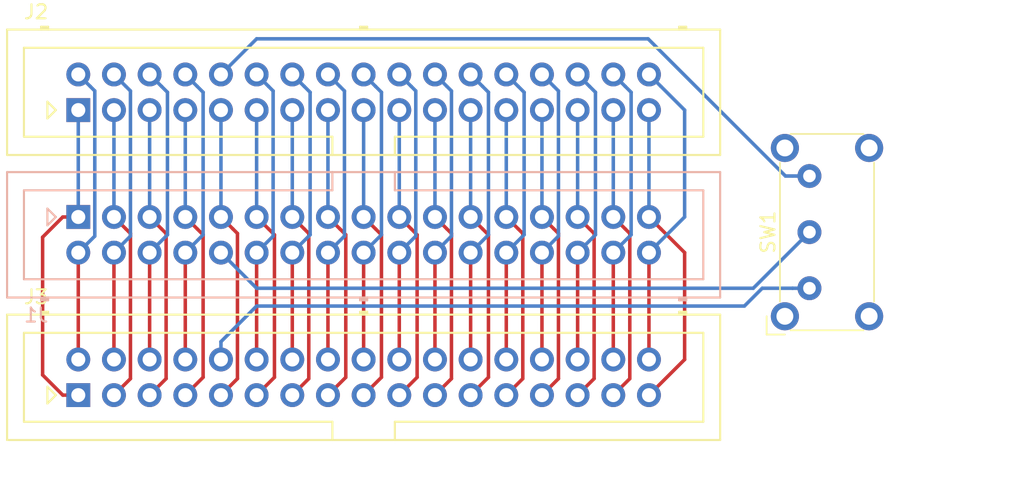
<source format=kicad_pcb>
(kicad_pcb (version 20171130) (host pcbnew "(5.0.2)-1")

  (general
    (thickness 1.6)
    (drawings 0)
    (tracks 180)
    (zones 0)
    (modules 4)
    (nets 37)
  )

  (page A4)
  (layers
    (0 F.Cu signal)
    (31 B.Cu signal)
    (32 B.Adhes user)
    (33 F.Adhes user)
    (34 B.Paste user)
    (35 F.Paste user)
    (36 B.SilkS user)
    (37 F.SilkS user)
    (38 B.Mask user)
    (39 F.Mask user)
    (40 Dwgs.User user)
    (41 Cmts.User user)
    (42 Eco1.User user)
    (43 Eco2.User user)
    (44 Edge.Cuts user)
    (45 Margin user)
    (46 B.CrtYd user)
    (47 F.CrtYd user)
    (48 B.Fab user)
    (49 F.Fab user)
  )

  (setup
    (last_trace_width 0.25)
    (trace_clearance 0.2)
    (zone_clearance 0.508)
    (zone_45_only no)
    (trace_min 0.2)
    (segment_width 0.2)
    (edge_width 0.15)
    (via_size 0.8)
    (via_drill 0.4)
    (via_min_size 0.4)
    (via_min_drill 0.3)
    (uvia_size 0.3)
    (uvia_drill 0.1)
    (uvias_allowed no)
    (uvia_min_size 0.2)
    (uvia_min_drill 0.1)
    (pcb_text_width 0.3)
    (pcb_text_size 1.5 1.5)
    (mod_edge_width 0.15)
    (mod_text_size 1 1)
    (mod_text_width 0.15)
    (pad_size 1.524 1.524)
    (pad_drill 0.762)
    (pad_to_mask_clearance 0.051)
    (solder_mask_min_width 0.25)
    (aux_axis_origin 0 0)
    (visible_elements FFFFFF7F)
    (pcbplotparams
      (layerselection 0x010fc_ffffffff)
      (usegerberextensions false)
      (usegerberattributes false)
      (usegerberadvancedattributes false)
      (creategerberjobfile false)
      (excludeedgelayer true)
      (linewidth 0.100000)
      (plotframeref false)
      (viasonmask false)
      (mode 1)
      (useauxorigin false)
      (hpglpennumber 1)
      (hpglpenspeed 20)
      (hpglpendiameter 15.000000)
      (psnegative false)
      (psa4output false)
      (plotreference true)
      (plotvalue true)
      (plotinvisibletext false)
      (padsonsilk false)
      (subtractmaskfromsilk false)
      (outputformat 1)
      (mirror false)
      (drillshape 1)
      (scaleselection 1)
      (outputdirectory ""))
  )

  (net 0 "")
  (net 1 "Net-(J1-Pad34)")
  (net 2 "Net-(J1-Pad33)")
  (net 3 "Net-(J1-Pad32)")
  (net 4 "Net-(J1-Pad31)")
  (net 5 "Net-(J1-Pad30)")
  (net 6 "Net-(J1-Pad29)")
  (net 7 "Net-(J1-Pad28)")
  (net 8 "Net-(J1-Pad27)")
  (net 9 "Net-(J1-Pad26)")
  (net 10 "Net-(J1-Pad25)")
  (net 11 "Net-(J1-Pad24)")
  (net 12 "Net-(J1-Pad23)")
  (net 13 "Net-(J1-Pad22)")
  (net 14 "Net-(J1-Pad21)")
  (net 15 "Net-(J1-Pad20)")
  (net 16 "Net-(J1-Pad19)")
  (net 17 "Net-(J1-Pad18)")
  (net 18 "Net-(J1-Pad17)")
  (net 19 "Net-(J1-Pad16)")
  (net 20 "Net-(J1-Pad15)")
  (net 21 "Net-(J1-Pad14)")
  (net 22 "Net-(J1-Pad13)")
  (net 23 "Net-(J1-Pad12)")
  (net 24 "Net-(J1-Pad11)")
  (net 25 "Net-(J1-Pad10)")
  (net 26 "Net-(J1-Pad9)")
  (net 27 "Net-(J1-Pad8)")
  (net 28 "Net-(J1-Pad7)")
  (net 29 "Net-(J1-Pad6)")
  (net 30 "Net-(J1-Pad5)")
  (net 31 "Net-(J1-Pad4)")
  (net 32 "Net-(J1-Pad3)")
  (net 33 "Net-(J1-Pad2)")
  (net 34 "Net-(J1-Pad1)")
  (net 35 "Net-(J2-Pad10)")
  (net 36 "Net-(J3-Pad10)")

  (net_class Default "This is the default net class."
    (clearance 0.2)
    (trace_width 0.25)
    (via_dia 0.8)
    (via_drill 0.4)
    (uvia_dia 0.3)
    (uvia_drill 0.1)
    (add_net "Net-(J1-Pad1)")
    (add_net "Net-(J1-Pad10)")
    (add_net "Net-(J1-Pad11)")
    (add_net "Net-(J1-Pad12)")
    (add_net "Net-(J1-Pad13)")
    (add_net "Net-(J1-Pad14)")
    (add_net "Net-(J1-Pad15)")
    (add_net "Net-(J1-Pad16)")
    (add_net "Net-(J1-Pad17)")
    (add_net "Net-(J1-Pad18)")
    (add_net "Net-(J1-Pad19)")
    (add_net "Net-(J1-Pad2)")
    (add_net "Net-(J1-Pad20)")
    (add_net "Net-(J1-Pad21)")
    (add_net "Net-(J1-Pad22)")
    (add_net "Net-(J1-Pad23)")
    (add_net "Net-(J1-Pad24)")
    (add_net "Net-(J1-Pad25)")
    (add_net "Net-(J1-Pad26)")
    (add_net "Net-(J1-Pad27)")
    (add_net "Net-(J1-Pad28)")
    (add_net "Net-(J1-Pad29)")
    (add_net "Net-(J1-Pad3)")
    (add_net "Net-(J1-Pad30)")
    (add_net "Net-(J1-Pad31)")
    (add_net "Net-(J1-Pad32)")
    (add_net "Net-(J1-Pad33)")
    (add_net "Net-(J1-Pad34)")
    (add_net "Net-(J1-Pad4)")
    (add_net "Net-(J1-Pad5)")
    (add_net "Net-(J1-Pad6)")
    (add_net "Net-(J1-Pad7)")
    (add_net "Net-(J1-Pad8)")
    (add_net "Net-(J1-Pad9)")
    (add_net "Net-(J2-Pad10)")
    (add_net "Net-(J3-Pad10)")
  )

  (module Buttons_Switches_THT:SW_E-Switch_EG1224_SPDT_Angled (layer F.Cu) (tedit 5954520D) (tstamp 5C5CDB59)
    (at 72.39 34.29 90)
    (descr "E-Switch slide switch, EG series, SPDT, right angle, http://spec_sheets.e-switch.com/specs/P040042.pdf")
    (tags "switch SPDT")
    (path /5C7AE8A5)
    (fp_text reference SW1 (at 4 -2.95 90) (layer F.SilkS)
      (effects (font (size 1 1) (thickness 0.15)))
    )
    (fp_text value SW_SPDT (at 4 14.45 90) (layer F.Fab)
      (effects (font (size 1 1) (thickness 0.15)))
    )
    (fp_line (start -1.9 -2) (end 10.9 -2) (layer F.Fab) (width 0.1))
    (fp_line (start 10.9 -2) (end 10.9 4.5) (layer F.Fab) (width 0.1))
    (fp_line (start 10.9 4.5) (end -2.9 4.5) (layer F.Fab) (width 0.1))
    (fp_line (start -2.9 4.5) (end -2.9 -1) (layer F.Fab) (width 0.1))
    (fp_line (start 4.5 4.5) (end 4.5 13.5) (layer F.Fab) (width 0.1))
    (fp_line (start 4.5 13.5) (end -0.5 13.5) (layer F.Fab) (width 0.1))
    (fp_line (start -0.5 13.5) (end -0.5 4.5) (layer F.Fab) (width 0.1))
    (fp_text user %R (at 4 1.25 90) (layer F.Fab)
      (effects (font (size 1 1) (thickness 0.1)))
    )
    (fp_line (start 11 -1.35) (end 11 3.85) (layer F.SilkS) (width 0.12))
    (fp_line (start -3 3.85) (end -3 -1.35) (layer F.SilkS) (width 0.12))
    (fp_line (start -0.95 -2.1) (end 8.95 -2.1) (layer F.SilkS) (width 0.12))
    (fp_line (start 8.95 4.6) (end -0.95 4.6) (layer F.SilkS) (width 0.12))
    (fp_line (start -3.25 -3) (end 11.25 -3) (layer F.CrtYd) (width 0.05))
    (fp_line (start 11.25 -3) (end 11.25 5.5) (layer F.CrtYd) (width 0.05))
    (fp_line (start 11.25 5.5) (end 8.75 5.5) (layer F.CrtYd) (width 0.05))
    (fp_line (start 8.75 5.5) (end 8.75 13.75) (layer F.CrtYd) (width 0.05))
    (fp_line (start 8.75 13.75) (end -0.75 13.75) (layer F.CrtYd) (width 0.05))
    (fp_line (start -0.75 13.75) (end -0.75 5.5) (layer F.CrtYd) (width 0.05))
    (fp_line (start -0.75 5.5) (end -3.25 5.5) (layer F.CrtYd) (width 0.05))
    (fp_line (start -3.25 5.5) (end -3.25 -3) (layer F.CrtYd) (width 0.05))
    (fp_line (start -1.9 -2) (end -2.9 -1) (layer F.Fab) (width 0.1))
    (fp_line (start -3.3 -1.75) (end -3.3 -3.05) (layer F.SilkS) (width 0.12))
    (fp_line (start -3.3 -3.05) (end -2 -3.05) (layer F.SilkS) (width 0.12))
    (pad 3 thru_hole circle (at 8 0 90) (size 1.7 1.7) (drill 0.9) (layers *.Cu *.Mask)
      (net 35 "Net-(J2-Pad10)"))
    (pad 2 thru_hole circle (at 4 0 90) (size 1.7 1.7) (drill 0.9) (layers *.Cu *.Mask)
      (net 25 "Net-(J1-Pad10)"))
    (pad 1 thru_hole circle (at 0 0 90) (size 1.7 1.7) (drill 0.9) (layers *.Cu *.Mask)
      (net 36 "Net-(J3-Pad10)"))
    (pad "" thru_hole circle (at -2 4.25 90) (size 2 2) (drill 1.2) (layers *.Cu *.Mask))
    (pad "" thru_hole circle (at 10 4.25 90) (size 2 2) (drill 1.2) (layers *.Cu *.Mask))
    (pad "" thru_hole circle (at 10 -1.75 90) (size 2 2) (drill 1.2) (layers *.Cu *.Mask))
    (pad "" thru_hole circle (at -2 -1.75 90) (size 2 2) (drill 1.2) (layers *.Cu *.Mask))
    (model ${KISYS3DMOD}/Buttons_Switches_THT.3dshapes/SW_E-Switch_EG1224_SPDT_Angled.wrl
      (at (xyz 0 0 0))
      (scale (xyz 1 1 1))
      (rotate (xyz 0 0 0))
    )
  )

  (module Connectors_Multicomp:Multicomp_MC9A12-3434_2x17x2.54mm_Straight (layer F.Cu) (tedit 56C61E6B) (tstamp 5C5CC28F)
    (at 20.32 41.91)
    (descr http://www.farnell.com/datasheets/1520732.pdf)
    (tags "connector multicomp MC9A MC9A12")
    (path /5C69FD73)
    (fp_text reference J3 (at -3 -7) (layer F.SilkS)
      (effects (font (size 1 1) (thickness 0.15)))
    )
    (fp_text value Conn_02x17_Odd_Even (at 20.32 5) (layer F.Fab)
      (effects (font (size 1 1) (thickness 0.15)))
    )
    (fp_line (start 46.2 3.7) (end -5.55 3.7) (layer F.CrtYd) (width 0.05))
    (fp_line (start 46.2 -6.25) (end 46.2 3.7) (layer F.CrtYd) (width 0.05))
    (fp_line (start -5.55 -6.25) (end 46.2 -6.25) (layer F.CrtYd) (width 0.05))
    (fp_line (start -5.55 3.7) (end -5.55 -6.25) (layer F.CrtYd) (width 0.05))
    (fp_line (start -1.6 0) (end -2.2 0.6) (layer F.SilkS) (width 0.15))
    (fp_line (start -2.2 -0.6) (end -1.6 0) (layer F.SilkS) (width 0.15))
    (fp_line (start -2.2 0.6) (end -2.2 -0.6) (layer F.SilkS) (width 0.15))
    (fp_line (start -2.65 -5.84) (end -2.15 -5.84) (layer F.SilkS) (width 0.15))
    (fp_line (start -2.15 -5.94) (end -2.15 -5.74) (layer F.SilkS) (width 0.15))
    (fp_line (start -2.65 -5.94) (end -2.15 -5.94) (layer F.SilkS) (width 0.15))
    (fp_line (start -2.65 -5.74) (end -2.65 -5.94) (layer F.SilkS) (width 0.15))
    (fp_line (start 42.79 -5.84) (end 43.29 -5.84) (layer F.SilkS) (width 0.15))
    (fp_line (start 43.29 -5.94) (end 43.29 -5.74) (layer F.SilkS) (width 0.15))
    (fp_line (start 42.79 -5.94) (end 43.29 -5.94) (layer F.SilkS) (width 0.15))
    (fp_line (start 42.79 -5.74) (end 42.79 -5.94) (layer F.SilkS) (width 0.15))
    (fp_line (start 20.07 -5.84) (end 20.57 -5.84) (layer F.SilkS) (width 0.15))
    (fp_line (start 20.57 -5.94) (end 20.57 -5.74) (layer F.SilkS) (width 0.15))
    (fp_line (start 20.07 -5.94) (end 20.57 -5.94) (layer F.SilkS) (width 0.15))
    (fp_line (start 20.07 -5.74) (end 20.07 -5.94) (layer F.SilkS) (width 0.15))
    (fp_line (start 22.545 1.9) (end 22.545 3.2) (layer F.SilkS) (width 0.15))
    (fp_line (start 44.51 1.9) (end 22.545 1.9) (layer F.SilkS) (width 0.15))
    (fp_line (start 44.51 -4.44) (end 44.51 1.9) (layer F.SilkS) (width 0.15))
    (fp_line (start -3.87 -4.44) (end 44.51 -4.44) (layer F.SilkS) (width 0.15))
    (fp_line (start -3.87 1.9) (end -3.87 -4.44) (layer F.SilkS) (width 0.15))
    (fp_line (start 18.095 1.9) (end -3.87 1.9) (layer F.SilkS) (width 0.15))
    (fp_line (start 18.095 3.2) (end 18.095 1.9) (layer F.SilkS) (width 0.15))
    (fp_line (start 45.71 3.2) (end -5.07 3.2) (layer F.SilkS) (width 0.15))
    (fp_line (start 45.71 -5.74) (end 45.71 3.2) (layer F.SilkS) (width 0.15))
    (fp_line (start -5.07 -5.74) (end 45.71 -5.74) (layer F.SilkS) (width 0.15))
    (fp_line (start -5.07 3.2) (end -5.07 -5.74) (layer F.SilkS) (width 0.15))
    (pad 34 thru_hole circle (at 40.64 -2.54) (size 1.7 1.7) (drill 1) (layers *.Cu *.Mask)
      (net 1 "Net-(J1-Pad34)"))
    (pad 33 thru_hole circle (at 40.64 0) (size 1.7 1.7) (drill 1) (layers *.Cu *.Mask)
      (net 2 "Net-(J1-Pad33)"))
    (pad 32 thru_hole circle (at 38.1 -2.54) (size 1.7 1.7) (drill 1) (layers *.Cu *.Mask)
      (net 3 "Net-(J1-Pad32)"))
    (pad 31 thru_hole circle (at 38.1 0) (size 1.7 1.7) (drill 1) (layers *.Cu *.Mask)
      (net 4 "Net-(J1-Pad31)"))
    (pad 30 thru_hole circle (at 35.56 -2.54) (size 1.7 1.7) (drill 1) (layers *.Cu *.Mask)
      (net 5 "Net-(J1-Pad30)"))
    (pad 29 thru_hole circle (at 35.56 0) (size 1.7 1.7) (drill 1) (layers *.Cu *.Mask)
      (net 6 "Net-(J1-Pad29)"))
    (pad 28 thru_hole circle (at 33.02 -2.54) (size 1.7 1.7) (drill 1) (layers *.Cu *.Mask)
      (net 7 "Net-(J1-Pad28)"))
    (pad 27 thru_hole circle (at 33.02 0) (size 1.7 1.7) (drill 1) (layers *.Cu *.Mask)
      (net 8 "Net-(J1-Pad27)"))
    (pad 26 thru_hole circle (at 30.48 -2.54) (size 1.7 1.7) (drill 1) (layers *.Cu *.Mask)
      (net 9 "Net-(J1-Pad26)"))
    (pad 25 thru_hole circle (at 30.48 0) (size 1.7 1.7) (drill 1) (layers *.Cu *.Mask)
      (net 10 "Net-(J1-Pad25)"))
    (pad 24 thru_hole circle (at 27.94 -2.54) (size 1.7 1.7) (drill 1) (layers *.Cu *.Mask)
      (net 11 "Net-(J1-Pad24)"))
    (pad 23 thru_hole circle (at 27.94 0) (size 1.7 1.7) (drill 1) (layers *.Cu *.Mask)
      (net 12 "Net-(J1-Pad23)"))
    (pad 22 thru_hole circle (at 25.4 -2.54) (size 1.7 1.7) (drill 1) (layers *.Cu *.Mask)
      (net 13 "Net-(J1-Pad22)"))
    (pad 21 thru_hole circle (at 25.4 0) (size 1.7 1.7) (drill 1) (layers *.Cu *.Mask)
      (net 14 "Net-(J1-Pad21)"))
    (pad 20 thru_hole circle (at 22.86 -2.54) (size 1.7 1.7) (drill 1) (layers *.Cu *.Mask)
      (net 15 "Net-(J1-Pad20)"))
    (pad 19 thru_hole circle (at 22.86 0) (size 1.7 1.7) (drill 1) (layers *.Cu *.Mask)
      (net 16 "Net-(J1-Pad19)"))
    (pad 18 thru_hole circle (at 20.32 -2.54) (size 1.7 1.7) (drill 1) (layers *.Cu *.Mask)
      (net 17 "Net-(J1-Pad18)"))
    (pad 17 thru_hole circle (at 20.32 0) (size 1.7 1.7) (drill 1) (layers *.Cu *.Mask)
      (net 18 "Net-(J1-Pad17)"))
    (pad 16 thru_hole circle (at 17.78 -2.54) (size 1.7 1.7) (drill 1) (layers *.Cu *.Mask)
      (net 19 "Net-(J1-Pad16)"))
    (pad 15 thru_hole circle (at 17.78 0) (size 1.7 1.7) (drill 1) (layers *.Cu *.Mask)
      (net 20 "Net-(J1-Pad15)"))
    (pad 14 thru_hole circle (at 15.24 -2.54) (size 1.7 1.7) (drill 1) (layers *.Cu *.Mask)
      (net 21 "Net-(J1-Pad14)"))
    (pad 13 thru_hole circle (at 15.24 0) (size 1.7 1.7) (drill 1) (layers *.Cu *.Mask)
      (net 22 "Net-(J1-Pad13)"))
    (pad 12 thru_hole circle (at 12.7 -2.54) (size 1.7 1.7) (drill 1) (layers *.Cu *.Mask)
      (net 23 "Net-(J1-Pad12)"))
    (pad 11 thru_hole circle (at 12.7 0) (size 1.7 1.7) (drill 1) (layers *.Cu *.Mask)
      (net 24 "Net-(J1-Pad11)"))
    (pad 10 thru_hole circle (at 10.16 -2.54) (size 1.7 1.7) (drill 1) (layers *.Cu *.Mask)
      (net 36 "Net-(J3-Pad10)"))
    (pad 9 thru_hole circle (at 10.16 0) (size 1.7 1.7) (drill 1) (layers *.Cu *.Mask)
      (net 26 "Net-(J1-Pad9)"))
    (pad 8 thru_hole circle (at 7.62 -2.54) (size 1.7 1.7) (drill 1) (layers *.Cu *.Mask)
      (net 27 "Net-(J1-Pad8)"))
    (pad 7 thru_hole circle (at 7.62 0) (size 1.7 1.7) (drill 1) (layers *.Cu *.Mask)
      (net 28 "Net-(J1-Pad7)"))
    (pad 6 thru_hole circle (at 5.08 -2.54) (size 1.7 1.7) (drill 1) (layers *.Cu *.Mask)
      (net 29 "Net-(J1-Pad6)"))
    (pad 5 thru_hole circle (at 5.08 0) (size 1.7 1.7) (drill 1) (layers *.Cu *.Mask)
      (net 30 "Net-(J1-Pad5)"))
    (pad 4 thru_hole circle (at 2.54 -2.54) (size 1.7 1.7) (drill 1) (layers *.Cu *.Mask)
      (net 31 "Net-(J1-Pad4)"))
    (pad 3 thru_hole circle (at 2.54 0) (size 1.7 1.7) (drill 1) (layers *.Cu *.Mask)
      (net 32 "Net-(J1-Pad3)"))
    (pad 2 thru_hole circle (at 0 -2.54) (size 1.7 1.7) (drill 1) (layers *.Cu *.Mask)
      (net 33 "Net-(J1-Pad2)"))
    (pad 1 thru_hole rect (at 0 0) (size 1.7 1.7) (drill 1) (layers *.Cu *.Mask)
      (net 34 "Net-(J1-Pad1)"))
  )

  (module Connectors_Multicomp:Multicomp_MC9A12-3434_2x17x2.54mm_Straight (layer F.Cu) (tedit 56C61E6B) (tstamp 5C5CC24B)
    (at 20.32 21.59)
    (descr http://www.farnell.com/datasheets/1520732.pdf)
    (tags "connector multicomp MC9A MC9A12")
    (path /5C69FECA)
    (fp_text reference J2 (at -3 -7) (layer F.SilkS)
      (effects (font (size 1 1) (thickness 0.15)))
    )
    (fp_text value Conn_02x17_Odd_Even (at 20.32 5) (layer F.Fab)
      (effects (font (size 1 1) (thickness 0.15)))
    )
    (fp_line (start -5.07 3.2) (end -5.07 -5.74) (layer F.SilkS) (width 0.15))
    (fp_line (start -5.07 -5.74) (end 45.71 -5.74) (layer F.SilkS) (width 0.15))
    (fp_line (start 45.71 -5.74) (end 45.71 3.2) (layer F.SilkS) (width 0.15))
    (fp_line (start 45.71 3.2) (end -5.07 3.2) (layer F.SilkS) (width 0.15))
    (fp_line (start 18.095 3.2) (end 18.095 1.9) (layer F.SilkS) (width 0.15))
    (fp_line (start 18.095 1.9) (end -3.87 1.9) (layer F.SilkS) (width 0.15))
    (fp_line (start -3.87 1.9) (end -3.87 -4.44) (layer F.SilkS) (width 0.15))
    (fp_line (start -3.87 -4.44) (end 44.51 -4.44) (layer F.SilkS) (width 0.15))
    (fp_line (start 44.51 -4.44) (end 44.51 1.9) (layer F.SilkS) (width 0.15))
    (fp_line (start 44.51 1.9) (end 22.545 1.9) (layer F.SilkS) (width 0.15))
    (fp_line (start 22.545 1.9) (end 22.545 3.2) (layer F.SilkS) (width 0.15))
    (fp_line (start 20.07 -5.74) (end 20.07 -5.94) (layer F.SilkS) (width 0.15))
    (fp_line (start 20.07 -5.94) (end 20.57 -5.94) (layer F.SilkS) (width 0.15))
    (fp_line (start 20.57 -5.94) (end 20.57 -5.74) (layer F.SilkS) (width 0.15))
    (fp_line (start 20.07 -5.84) (end 20.57 -5.84) (layer F.SilkS) (width 0.15))
    (fp_line (start 42.79 -5.74) (end 42.79 -5.94) (layer F.SilkS) (width 0.15))
    (fp_line (start 42.79 -5.94) (end 43.29 -5.94) (layer F.SilkS) (width 0.15))
    (fp_line (start 43.29 -5.94) (end 43.29 -5.74) (layer F.SilkS) (width 0.15))
    (fp_line (start 42.79 -5.84) (end 43.29 -5.84) (layer F.SilkS) (width 0.15))
    (fp_line (start -2.65 -5.74) (end -2.65 -5.94) (layer F.SilkS) (width 0.15))
    (fp_line (start -2.65 -5.94) (end -2.15 -5.94) (layer F.SilkS) (width 0.15))
    (fp_line (start -2.15 -5.94) (end -2.15 -5.74) (layer F.SilkS) (width 0.15))
    (fp_line (start -2.65 -5.84) (end -2.15 -5.84) (layer F.SilkS) (width 0.15))
    (fp_line (start -2.2 0.6) (end -2.2 -0.6) (layer F.SilkS) (width 0.15))
    (fp_line (start -2.2 -0.6) (end -1.6 0) (layer F.SilkS) (width 0.15))
    (fp_line (start -1.6 0) (end -2.2 0.6) (layer F.SilkS) (width 0.15))
    (fp_line (start -5.55 3.7) (end -5.55 -6.25) (layer F.CrtYd) (width 0.05))
    (fp_line (start -5.55 -6.25) (end 46.2 -6.25) (layer F.CrtYd) (width 0.05))
    (fp_line (start 46.2 -6.25) (end 46.2 3.7) (layer F.CrtYd) (width 0.05))
    (fp_line (start 46.2 3.7) (end -5.55 3.7) (layer F.CrtYd) (width 0.05))
    (pad 1 thru_hole rect (at 0 0) (size 1.7 1.7) (drill 1) (layers *.Cu *.Mask)
      (net 34 "Net-(J1-Pad1)"))
    (pad 2 thru_hole circle (at 0 -2.54) (size 1.7 1.7) (drill 1) (layers *.Cu *.Mask)
      (net 33 "Net-(J1-Pad2)"))
    (pad 3 thru_hole circle (at 2.54 0) (size 1.7 1.7) (drill 1) (layers *.Cu *.Mask)
      (net 32 "Net-(J1-Pad3)"))
    (pad 4 thru_hole circle (at 2.54 -2.54) (size 1.7 1.7) (drill 1) (layers *.Cu *.Mask)
      (net 31 "Net-(J1-Pad4)"))
    (pad 5 thru_hole circle (at 5.08 0) (size 1.7 1.7) (drill 1) (layers *.Cu *.Mask)
      (net 30 "Net-(J1-Pad5)"))
    (pad 6 thru_hole circle (at 5.08 -2.54) (size 1.7 1.7) (drill 1) (layers *.Cu *.Mask)
      (net 29 "Net-(J1-Pad6)"))
    (pad 7 thru_hole circle (at 7.62 0) (size 1.7 1.7) (drill 1) (layers *.Cu *.Mask)
      (net 28 "Net-(J1-Pad7)"))
    (pad 8 thru_hole circle (at 7.62 -2.54) (size 1.7 1.7) (drill 1) (layers *.Cu *.Mask)
      (net 27 "Net-(J1-Pad8)"))
    (pad 9 thru_hole circle (at 10.16 0) (size 1.7 1.7) (drill 1) (layers *.Cu *.Mask)
      (net 26 "Net-(J1-Pad9)"))
    (pad 10 thru_hole circle (at 10.16 -2.54) (size 1.7 1.7) (drill 1) (layers *.Cu *.Mask)
      (net 35 "Net-(J2-Pad10)"))
    (pad 11 thru_hole circle (at 12.7 0) (size 1.7 1.7) (drill 1) (layers *.Cu *.Mask)
      (net 24 "Net-(J1-Pad11)"))
    (pad 12 thru_hole circle (at 12.7 -2.54) (size 1.7 1.7) (drill 1) (layers *.Cu *.Mask)
      (net 23 "Net-(J1-Pad12)"))
    (pad 13 thru_hole circle (at 15.24 0) (size 1.7 1.7) (drill 1) (layers *.Cu *.Mask)
      (net 22 "Net-(J1-Pad13)"))
    (pad 14 thru_hole circle (at 15.24 -2.54) (size 1.7 1.7) (drill 1) (layers *.Cu *.Mask)
      (net 21 "Net-(J1-Pad14)"))
    (pad 15 thru_hole circle (at 17.78 0) (size 1.7 1.7) (drill 1) (layers *.Cu *.Mask)
      (net 20 "Net-(J1-Pad15)"))
    (pad 16 thru_hole circle (at 17.78 -2.54) (size 1.7 1.7) (drill 1) (layers *.Cu *.Mask)
      (net 19 "Net-(J1-Pad16)"))
    (pad 17 thru_hole circle (at 20.32 0) (size 1.7 1.7) (drill 1) (layers *.Cu *.Mask)
      (net 18 "Net-(J1-Pad17)"))
    (pad 18 thru_hole circle (at 20.32 -2.54) (size 1.7 1.7) (drill 1) (layers *.Cu *.Mask)
      (net 17 "Net-(J1-Pad18)"))
    (pad 19 thru_hole circle (at 22.86 0) (size 1.7 1.7) (drill 1) (layers *.Cu *.Mask)
      (net 16 "Net-(J1-Pad19)"))
    (pad 20 thru_hole circle (at 22.86 -2.54) (size 1.7 1.7) (drill 1) (layers *.Cu *.Mask)
      (net 15 "Net-(J1-Pad20)"))
    (pad 21 thru_hole circle (at 25.4 0) (size 1.7 1.7) (drill 1) (layers *.Cu *.Mask)
      (net 14 "Net-(J1-Pad21)"))
    (pad 22 thru_hole circle (at 25.4 -2.54) (size 1.7 1.7) (drill 1) (layers *.Cu *.Mask)
      (net 13 "Net-(J1-Pad22)"))
    (pad 23 thru_hole circle (at 27.94 0) (size 1.7 1.7) (drill 1) (layers *.Cu *.Mask)
      (net 12 "Net-(J1-Pad23)"))
    (pad 24 thru_hole circle (at 27.94 -2.54) (size 1.7 1.7) (drill 1) (layers *.Cu *.Mask)
      (net 11 "Net-(J1-Pad24)"))
    (pad 25 thru_hole circle (at 30.48 0) (size 1.7 1.7) (drill 1) (layers *.Cu *.Mask)
      (net 10 "Net-(J1-Pad25)"))
    (pad 26 thru_hole circle (at 30.48 -2.54) (size 1.7 1.7) (drill 1) (layers *.Cu *.Mask)
      (net 9 "Net-(J1-Pad26)"))
    (pad 27 thru_hole circle (at 33.02 0) (size 1.7 1.7) (drill 1) (layers *.Cu *.Mask)
      (net 8 "Net-(J1-Pad27)"))
    (pad 28 thru_hole circle (at 33.02 -2.54) (size 1.7 1.7) (drill 1) (layers *.Cu *.Mask)
      (net 7 "Net-(J1-Pad28)"))
    (pad 29 thru_hole circle (at 35.56 0) (size 1.7 1.7) (drill 1) (layers *.Cu *.Mask)
      (net 6 "Net-(J1-Pad29)"))
    (pad 30 thru_hole circle (at 35.56 -2.54) (size 1.7 1.7) (drill 1) (layers *.Cu *.Mask)
      (net 5 "Net-(J1-Pad30)"))
    (pad 31 thru_hole circle (at 38.1 0) (size 1.7 1.7) (drill 1) (layers *.Cu *.Mask)
      (net 4 "Net-(J1-Pad31)"))
    (pad 32 thru_hole circle (at 38.1 -2.54) (size 1.7 1.7) (drill 1) (layers *.Cu *.Mask)
      (net 3 "Net-(J1-Pad32)"))
    (pad 33 thru_hole circle (at 40.64 0) (size 1.7 1.7) (drill 1) (layers *.Cu *.Mask)
      (net 2 "Net-(J1-Pad33)"))
    (pad 34 thru_hole circle (at 40.64 -2.54) (size 1.7 1.7) (drill 1) (layers *.Cu *.Mask)
      (net 1 "Net-(J1-Pad34)"))
  )

  (module Connectors_Multicomp:Multicomp_MC9A12-3434_2x17x2.54mm_Straight (layer B.Cu) (tedit 56C61E6B) (tstamp 5C5CC207)
    (at 20.32 29.21)
    (descr http://www.farnell.com/datasheets/1520732.pdf)
    (tags "connector multicomp MC9A MC9A12")
    (path /5C69FF0A)
    (fp_text reference J1 (at -3 7) (layer B.SilkS)
      (effects (font (size 1 1) (thickness 0.15)) (justify mirror))
    )
    (fp_text value Conn_02x17_Odd_Even (at 20.32 -5) (layer B.Fab)
      (effects (font (size 1 1) (thickness 0.15)) (justify mirror))
    )
    (fp_line (start 46.2 -3.7) (end -5.55 -3.7) (layer B.CrtYd) (width 0.05))
    (fp_line (start 46.2 6.25) (end 46.2 -3.7) (layer B.CrtYd) (width 0.05))
    (fp_line (start -5.55 6.25) (end 46.2 6.25) (layer B.CrtYd) (width 0.05))
    (fp_line (start -5.55 -3.7) (end -5.55 6.25) (layer B.CrtYd) (width 0.05))
    (fp_line (start -1.6 0) (end -2.2 -0.6) (layer B.SilkS) (width 0.15))
    (fp_line (start -2.2 0.6) (end -1.6 0) (layer B.SilkS) (width 0.15))
    (fp_line (start -2.2 -0.6) (end -2.2 0.6) (layer B.SilkS) (width 0.15))
    (fp_line (start -2.65 5.84) (end -2.15 5.84) (layer B.SilkS) (width 0.15))
    (fp_line (start -2.15 5.94) (end -2.15 5.74) (layer B.SilkS) (width 0.15))
    (fp_line (start -2.65 5.94) (end -2.15 5.94) (layer B.SilkS) (width 0.15))
    (fp_line (start -2.65 5.74) (end -2.65 5.94) (layer B.SilkS) (width 0.15))
    (fp_line (start 42.79 5.84) (end 43.29 5.84) (layer B.SilkS) (width 0.15))
    (fp_line (start 43.29 5.94) (end 43.29 5.74) (layer B.SilkS) (width 0.15))
    (fp_line (start 42.79 5.94) (end 43.29 5.94) (layer B.SilkS) (width 0.15))
    (fp_line (start 42.79 5.74) (end 42.79 5.94) (layer B.SilkS) (width 0.15))
    (fp_line (start 20.07 5.84) (end 20.57 5.84) (layer B.SilkS) (width 0.15))
    (fp_line (start 20.57 5.94) (end 20.57 5.74) (layer B.SilkS) (width 0.15))
    (fp_line (start 20.07 5.94) (end 20.57 5.94) (layer B.SilkS) (width 0.15))
    (fp_line (start 20.07 5.74) (end 20.07 5.94) (layer B.SilkS) (width 0.15))
    (fp_line (start 22.545 -1.9) (end 22.545 -3.2) (layer B.SilkS) (width 0.15))
    (fp_line (start 44.51 -1.9) (end 22.545 -1.9) (layer B.SilkS) (width 0.15))
    (fp_line (start 44.51 4.44) (end 44.51 -1.9) (layer B.SilkS) (width 0.15))
    (fp_line (start -3.87 4.44) (end 44.51 4.44) (layer B.SilkS) (width 0.15))
    (fp_line (start -3.87 -1.9) (end -3.87 4.44) (layer B.SilkS) (width 0.15))
    (fp_line (start 18.095 -1.9) (end -3.87 -1.9) (layer B.SilkS) (width 0.15))
    (fp_line (start 18.095 -3.2) (end 18.095 -1.9) (layer B.SilkS) (width 0.15))
    (fp_line (start 45.71 -3.2) (end -5.07 -3.2) (layer B.SilkS) (width 0.15))
    (fp_line (start 45.71 5.74) (end 45.71 -3.2) (layer B.SilkS) (width 0.15))
    (fp_line (start -5.07 5.74) (end 45.71 5.74) (layer B.SilkS) (width 0.15))
    (fp_line (start -5.07 -3.2) (end -5.07 5.74) (layer B.SilkS) (width 0.15))
    (pad 34 thru_hole circle (at 40.64 2.54) (size 1.7 1.7) (drill 1) (layers *.Cu *.Mask)
      (net 1 "Net-(J1-Pad34)"))
    (pad 33 thru_hole circle (at 40.64 0) (size 1.7 1.7) (drill 1) (layers *.Cu *.Mask)
      (net 2 "Net-(J1-Pad33)"))
    (pad 32 thru_hole circle (at 38.1 2.54) (size 1.7 1.7) (drill 1) (layers *.Cu *.Mask)
      (net 3 "Net-(J1-Pad32)"))
    (pad 31 thru_hole circle (at 38.1 0) (size 1.7 1.7) (drill 1) (layers *.Cu *.Mask)
      (net 4 "Net-(J1-Pad31)"))
    (pad 30 thru_hole circle (at 35.56 2.54) (size 1.7 1.7) (drill 1) (layers *.Cu *.Mask)
      (net 5 "Net-(J1-Pad30)"))
    (pad 29 thru_hole circle (at 35.56 0) (size 1.7 1.7) (drill 1) (layers *.Cu *.Mask)
      (net 6 "Net-(J1-Pad29)"))
    (pad 28 thru_hole circle (at 33.02 2.54) (size 1.7 1.7) (drill 1) (layers *.Cu *.Mask)
      (net 7 "Net-(J1-Pad28)"))
    (pad 27 thru_hole circle (at 33.02 0) (size 1.7 1.7) (drill 1) (layers *.Cu *.Mask)
      (net 8 "Net-(J1-Pad27)"))
    (pad 26 thru_hole circle (at 30.48 2.54) (size 1.7 1.7) (drill 1) (layers *.Cu *.Mask)
      (net 9 "Net-(J1-Pad26)"))
    (pad 25 thru_hole circle (at 30.48 0) (size 1.7 1.7) (drill 1) (layers *.Cu *.Mask)
      (net 10 "Net-(J1-Pad25)"))
    (pad 24 thru_hole circle (at 27.94 2.54) (size 1.7 1.7) (drill 1) (layers *.Cu *.Mask)
      (net 11 "Net-(J1-Pad24)"))
    (pad 23 thru_hole circle (at 27.94 0) (size 1.7 1.7) (drill 1) (layers *.Cu *.Mask)
      (net 12 "Net-(J1-Pad23)"))
    (pad 22 thru_hole circle (at 25.4 2.54) (size 1.7 1.7) (drill 1) (layers *.Cu *.Mask)
      (net 13 "Net-(J1-Pad22)"))
    (pad 21 thru_hole circle (at 25.4 0) (size 1.7 1.7) (drill 1) (layers *.Cu *.Mask)
      (net 14 "Net-(J1-Pad21)"))
    (pad 20 thru_hole circle (at 22.86 2.54) (size 1.7 1.7) (drill 1) (layers *.Cu *.Mask)
      (net 15 "Net-(J1-Pad20)"))
    (pad 19 thru_hole circle (at 22.86 0) (size 1.7 1.7) (drill 1) (layers *.Cu *.Mask)
      (net 16 "Net-(J1-Pad19)"))
    (pad 18 thru_hole circle (at 20.32 2.54) (size 1.7 1.7) (drill 1) (layers *.Cu *.Mask)
      (net 17 "Net-(J1-Pad18)"))
    (pad 17 thru_hole circle (at 20.32 0) (size 1.7 1.7) (drill 1) (layers *.Cu *.Mask)
      (net 18 "Net-(J1-Pad17)"))
    (pad 16 thru_hole circle (at 17.78 2.54) (size 1.7 1.7) (drill 1) (layers *.Cu *.Mask)
      (net 19 "Net-(J1-Pad16)"))
    (pad 15 thru_hole circle (at 17.78 0) (size 1.7 1.7) (drill 1) (layers *.Cu *.Mask)
      (net 20 "Net-(J1-Pad15)"))
    (pad 14 thru_hole circle (at 15.24 2.54) (size 1.7 1.7) (drill 1) (layers *.Cu *.Mask)
      (net 21 "Net-(J1-Pad14)"))
    (pad 13 thru_hole circle (at 15.24 0) (size 1.7 1.7) (drill 1) (layers *.Cu *.Mask)
      (net 22 "Net-(J1-Pad13)"))
    (pad 12 thru_hole circle (at 12.7 2.54) (size 1.7 1.7) (drill 1) (layers *.Cu *.Mask)
      (net 23 "Net-(J1-Pad12)"))
    (pad 11 thru_hole circle (at 12.7 0) (size 1.7 1.7) (drill 1) (layers *.Cu *.Mask)
      (net 24 "Net-(J1-Pad11)"))
    (pad 10 thru_hole circle (at 10.16 2.54) (size 1.7 1.7) (drill 1) (layers *.Cu *.Mask)
      (net 25 "Net-(J1-Pad10)"))
    (pad 9 thru_hole circle (at 10.16 0) (size 1.7 1.7) (drill 1) (layers *.Cu *.Mask)
      (net 26 "Net-(J1-Pad9)"))
    (pad 8 thru_hole circle (at 7.62 2.54) (size 1.7 1.7) (drill 1) (layers *.Cu *.Mask)
      (net 27 "Net-(J1-Pad8)"))
    (pad 7 thru_hole circle (at 7.62 0) (size 1.7 1.7) (drill 1) (layers *.Cu *.Mask)
      (net 28 "Net-(J1-Pad7)"))
    (pad 6 thru_hole circle (at 5.08 2.54) (size 1.7 1.7) (drill 1) (layers *.Cu *.Mask)
      (net 29 "Net-(J1-Pad6)"))
    (pad 5 thru_hole circle (at 5.08 0) (size 1.7 1.7) (drill 1) (layers *.Cu *.Mask)
      (net 30 "Net-(J1-Pad5)"))
    (pad 4 thru_hole circle (at 2.54 2.54) (size 1.7 1.7) (drill 1) (layers *.Cu *.Mask)
      (net 31 "Net-(J1-Pad4)"))
    (pad 3 thru_hole circle (at 2.54 0) (size 1.7 1.7) (drill 1) (layers *.Cu *.Mask)
      (net 32 "Net-(J1-Pad3)"))
    (pad 2 thru_hole circle (at 0 2.54) (size 1.7 1.7) (drill 1) (layers *.Cu *.Mask)
      (net 33 "Net-(J1-Pad2)"))
    (pad 1 thru_hole rect (at 0 0) (size 1.7 1.7) (drill 1) (layers *.Cu *.Mask)
      (net 34 "Net-(J1-Pad1)"))
  )

  (segment (start 60.96 39.37) (end 60.96 31.75) (width 0.25) (layer F.Cu) (net 1))
  (segment (start 61.809999 19.899999) (end 60.96 19.05) (width 0.25) (layer B.Cu) (net 1))
  (segment (start 63.5 21.59) (end 61.809999 19.899999) (width 0.25) (layer B.Cu) (net 1))
  (segment (start 63.5 29.21) (end 63.5 21.59) (width 0.25) (layer B.Cu) (net 1))
  (segment (start 60.96 31.75) (end 63.5 29.21) (width 0.25) (layer B.Cu) (net 1))
  (segment (start 61.809999 30.059999) (end 60.96 29.21) (width 0.25) (layer F.Cu) (net 2))
  (segment (start 63.5 31.75) (end 61.809999 30.059999) (width 0.25) (layer F.Cu) (net 2))
  (segment (start 63.5 39.37) (end 63.5 31.75) (width 0.25) (layer F.Cu) (net 2))
  (segment (start 60.96 41.91) (end 63.5 39.37) (width 0.25) (layer F.Cu) (net 2))
  (segment (start 60.96 29.21) (end 60.96 21.59) (width 0.25) (layer B.Cu) (net 2))
  (segment (start 58.42 39.37) (end 58.42 31.75) (width 0.25) (layer F.Cu) (net 3))
  (segment (start 59.269999 19.899999) (end 58.42 19.05) (width 0.25) (layer B.Cu) (net 3))
  (segment (start 59.69 20.32) (end 59.269999 19.899999) (width 0.25) (layer B.Cu) (net 3))
  (segment (start 59.69 30.48) (end 59.69 20.32) (width 0.25) (layer B.Cu) (net 3))
  (segment (start 58.42 31.75) (end 59.69 30.48) (width 0.25) (layer B.Cu) (net 3))
  (segment (start 59.269999 30.059999) (end 58.42 29.21) (width 0.25) (layer F.Cu) (net 4))
  (segment (start 59.595001 30.385001) (end 59.269999 30.059999) (width 0.25) (layer F.Cu) (net 4))
  (segment (start 59.595001 40.734999) (end 59.595001 30.385001) (width 0.25) (layer F.Cu) (net 4))
  (segment (start 58.42 41.91) (end 59.595001 40.734999) (width 0.25) (layer F.Cu) (net 4))
  (segment (start 58.42 29.21) (end 58.42 21.59) (width 0.25) (layer B.Cu) (net 4))
  (segment (start 55.88 39.37) (end 55.88 31.75) (width 0.25) (layer F.Cu) (net 5))
  (segment (start 56.729999 19.899999) (end 55.88 19.05) (width 0.25) (layer B.Cu) (net 5))
  (segment (start 57.15 20.32) (end 56.729999 19.899999) (width 0.25) (layer B.Cu) (net 5))
  (segment (start 57.15 30.48) (end 57.15 20.32) (width 0.25) (layer B.Cu) (net 5))
  (segment (start 55.88 31.75) (end 57.15 30.48) (width 0.25) (layer B.Cu) (net 5))
  (segment (start 56.729999 30.059999) (end 55.88 29.21) (width 0.25) (layer F.Cu) (net 6))
  (segment (start 57.055001 30.385001) (end 56.729999 30.059999) (width 0.25) (layer F.Cu) (net 6))
  (segment (start 57.055001 40.734999) (end 57.055001 30.385001) (width 0.25) (layer F.Cu) (net 6))
  (segment (start 55.88 41.91) (end 57.055001 40.734999) (width 0.25) (layer F.Cu) (net 6))
  (segment (start 55.88 29.21) (end 55.88 21.59) (width 0.25) (layer B.Cu) (net 6))
  (segment (start 53.34 39.37) (end 53.34 31.75) (width 0.25) (layer F.Cu) (net 7))
  (segment (start 54.189999 19.899999) (end 53.34 19.05) (width 0.25) (layer B.Cu) (net 7))
  (segment (start 54.515001 20.225001) (end 54.189999 19.899999) (width 0.25) (layer B.Cu) (net 7))
  (segment (start 54.515001 30.574999) (end 54.515001 20.225001) (width 0.25) (layer B.Cu) (net 7))
  (segment (start 53.34 31.75) (end 54.515001 30.574999) (width 0.25) (layer B.Cu) (net 7))
  (segment (start 54.189999 30.059999) (end 53.34 29.21) (width 0.25) (layer F.Cu) (net 8))
  (segment (start 54.515001 30.385001) (end 54.189999 30.059999) (width 0.25) (layer F.Cu) (net 8))
  (segment (start 54.515001 40.734999) (end 54.515001 30.385001) (width 0.25) (layer F.Cu) (net 8))
  (segment (start 53.34 41.91) (end 54.515001 40.734999) (width 0.25) (layer F.Cu) (net 8))
  (segment (start 53.34 29.21) (end 53.34 21.59) (width 0.25) (layer B.Cu) (net 8))
  (segment (start 50.8 39.37) (end 50.8 31.75) (width 0.25) (layer F.Cu) (net 9))
  (segment (start 51.649999 19.899999) (end 50.8 19.05) (width 0.25) (layer B.Cu) (net 9))
  (segment (start 52.07 20.32) (end 51.649999 19.899999) (width 0.25) (layer B.Cu) (net 9))
  (segment (start 52.07 30.48) (end 52.07 20.32) (width 0.25) (layer B.Cu) (net 9))
  (segment (start 50.8 31.75) (end 52.07 30.48) (width 0.25) (layer B.Cu) (net 9))
  (segment (start 51.649999 30.059999) (end 50.8 29.21) (width 0.25) (layer F.Cu) (net 10))
  (segment (start 51.975001 30.385001) (end 51.649999 30.059999) (width 0.25) (layer F.Cu) (net 10))
  (segment (start 51.975001 40.734999) (end 51.975001 30.385001) (width 0.25) (layer F.Cu) (net 10))
  (segment (start 50.8 41.91) (end 51.975001 40.734999) (width 0.25) (layer F.Cu) (net 10))
  (segment (start 50.8 29.21) (end 50.8 21.59) (width 0.25) (layer B.Cu) (net 10))
  (segment (start 48.26 39.37) (end 48.26 31.75) (width 0.25) (layer F.Cu) (net 11))
  (segment (start 49.109999 19.899999) (end 48.26 19.05) (width 0.25) (layer B.Cu) (net 11))
  (segment (start 49.53 20.32) (end 49.109999 19.899999) (width 0.25) (layer B.Cu) (net 11))
  (segment (start 49.53 30.48) (end 49.53 20.32) (width 0.25) (layer B.Cu) (net 11))
  (segment (start 48.26 31.75) (end 49.53 30.48) (width 0.25) (layer B.Cu) (net 11))
  (segment (start 49.109999 30.059999) (end 48.26 29.21) (width 0.25) (layer F.Cu) (net 12))
  (segment (start 49.53 30.48) (end 49.109999 30.059999) (width 0.25) (layer F.Cu) (net 12))
  (segment (start 49.53 40.64) (end 49.53 30.48) (width 0.25) (layer F.Cu) (net 12))
  (segment (start 48.26 41.91) (end 49.53 40.64) (width 0.25) (layer F.Cu) (net 12))
  (segment (start 48.26 29.21) (end 48.26 21.59) (width 0.25) (layer B.Cu) (net 12))
  (segment (start 45.72 39.37) (end 45.72 31.75) (width 0.25) (layer F.Cu) (net 13))
  (segment (start 46.569999 19.899999) (end 45.72 19.05) (width 0.25) (layer B.Cu) (net 13))
  (segment (start 46.895001 20.225001) (end 46.569999 19.899999) (width 0.25) (layer B.Cu) (net 13))
  (segment (start 46.895001 30.574999) (end 46.895001 20.225001) (width 0.25) (layer B.Cu) (net 13))
  (segment (start 45.72 31.75) (end 46.895001 30.574999) (width 0.25) (layer B.Cu) (net 13))
  (segment (start 46.569999 30.059999) (end 45.72 29.21) (width 0.25) (layer F.Cu) (net 14))
  (segment (start 46.895001 30.385001) (end 46.569999 30.059999) (width 0.25) (layer F.Cu) (net 14))
  (segment (start 46.895001 40.734999) (end 46.895001 30.385001) (width 0.25) (layer F.Cu) (net 14))
  (segment (start 45.72 41.91) (end 46.895001 40.734999) (width 0.25) (layer F.Cu) (net 14))
  (segment (start 45.72 29.21) (end 45.72 21.59) (width 0.25) (layer B.Cu) (net 14))
  (segment (start 43.18 39.37) (end 43.18 31.75) (width 0.25) (layer F.Cu) (net 15))
  (segment (start 44.029999 19.899999) (end 43.18 19.05) (width 0.25) (layer B.Cu) (net 15))
  (segment (start 44.355001 20.225001) (end 44.029999 19.899999) (width 0.25) (layer B.Cu) (net 15))
  (segment (start 44.355001 30.574999) (end 44.355001 20.225001) (width 0.25) (layer B.Cu) (net 15))
  (segment (start 43.18 31.75) (end 44.355001 30.574999) (width 0.25) (layer B.Cu) (net 15))
  (segment (start 44.029999 30.059999) (end 43.18 29.21) (width 0.25) (layer F.Cu) (net 16))
  (segment (start 44.45 30.48) (end 44.029999 30.059999) (width 0.25) (layer F.Cu) (net 16))
  (segment (start 44.45 40.64) (end 44.45 30.48) (width 0.25) (layer F.Cu) (net 16))
  (segment (start 43.18 41.91) (end 44.45 40.64) (width 0.25) (layer F.Cu) (net 16))
  (segment (start 43.18 29.21) (end 43.18 21.59) (width 0.25) (layer B.Cu) (net 16))
  (segment (start 40.64 39.37) (end 40.64 31.75) (width 0.25) (layer F.Cu) (net 17))
  (segment (start 41.489999 19.899999) (end 40.64 19.05) (width 0.25) (layer B.Cu) (net 17))
  (segment (start 41.91 20.32) (end 41.489999 19.899999) (width 0.25) (layer B.Cu) (net 17))
  (segment (start 41.91 30.48) (end 41.91 20.32) (width 0.25) (layer B.Cu) (net 17))
  (segment (start 40.64 31.75) (end 41.91 30.48) (width 0.25) (layer B.Cu) (net 17))
  (segment (start 41.489999 30.059999) (end 40.64 29.21) (width 0.25) (layer F.Cu) (net 18))
  (segment (start 41.91 30.48) (end 41.489999 30.059999) (width 0.25) (layer F.Cu) (net 18))
  (segment (start 41.91 40.64) (end 41.91 30.48) (width 0.25) (layer F.Cu) (net 18))
  (segment (start 40.64 41.91) (end 41.91 40.64) (width 0.25) (layer F.Cu) (net 18))
  (segment (start 40.64 29.21) (end 40.64 21.59) (width 0.25) (layer B.Cu) (net 18))
  (segment (start 38.1 39.37) (end 38.1 31.75) (width 0.25) (layer F.Cu) (net 19))
  (segment (start 38.949999 19.899999) (end 38.1 19.05) (width 0.25) (layer B.Cu) (net 19))
  (segment (start 39.275001 20.225001) (end 38.949999 19.899999) (width 0.25) (layer B.Cu) (net 19))
  (segment (start 39.275001 30.574999) (end 39.275001 20.225001) (width 0.25) (layer B.Cu) (net 19))
  (segment (start 38.1 31.75) (end 39.275001 30.574999) (width 0.25) (layer B.Cu) (net 19))
  (segment (start 38.949999 30.059999) (end 38.1 29.21) (width 0.25) (layer F.Cu) (net 20))
  (segment (start 39.37 30.48) (end 38.949999 30.059999) (width 0.25) (layer F.Cu) (net 20))
  (segment (start 39.37 40.64) (end 39.37 30.48) (width 0.25) (layer F.Cu) (net 20))
  (segment (start 38.1 41.91) (end 39.37 40.64) (width 0.25) (layer F.Cu) (net 20))
  (segment (start 38.1 29.21) (end 38.1 21.59) (width 0.25) (layer B.Cu) (net 20))
  (segment (start 35.56 39.37) (end 35.56 31.75) (width 0.25) (layer F.Cu) (net 21))
  (segment (start 36.409999 19.899999) (end 35.56 19.05) (width 0.25) (layer B.Cu) (net 21))
  (segment (start 36.83 20.32) (end 36.409999 19.899999) (width 0.25) (layer B.Cu) (net 21))
  (segment (start 36.83 30.48) (end 36.83 20.32) (width 0.25) (layer B.Cu) (net 21))
  (segment (start 35.56 31.75) (end 36.83 30.48) (width 0.25) (layer B.Cu) (net 21))
  (segment (start 36.409999 30.059999) (end 35.56 29.21) (width 0.25) (layer F.Cu) (net 22))
  (segment (start 36.735001 30.385001) (end 36.409999 30.059999) (width 0.25) (layer F.Cu) (net 22))
  (segment (start 36.735001 40.734999) (end 36.735001 30.385001) (width 0.25) (layer F.Cu) (net 22))
  (segment (start 35.56 41.91) (end 36.735001 40.734999) (width 0.25) (layer F.Cu) (net 22))
  (segment (start 35.56 29.21) (end 35.56 21.59) (width 0.25) (layer B.Cu) (net 22))
  (segment (start 33.02 39.37) (end 33.02 31.75) (width 0.25) (layer F.Cu) (net 23))
  (segment (start 33.869999 19.899999) (end 33.02 19.05) (width 0.25) (layer B.Cu) (net 23))
  (segment (start 34.195001 20.225001) (end 33.869999 19.899999) (width 0.25) (layer B.Cu) (net 23))
  (segment (start 34.195001 30.574999) (end 34.195001 20.225001) (width 0.25) (layer B.Cu) (net 23))
  (segment (start 33.02 31.75) (end 34.195001 30.574999) (width 0.25) (layer B.Cu) (net 23))
  (segment (start 33.869999 30.059999) (end 33.02 29.21) (width 0.25) (layer F.Cu) (net 24))
  (segment (start 34.29 30.48) (end 33.869999 30.059999) (width 0.25) (layer F.Cu) (net 24))
  (segment (start 34.29 40.64) (end 34.29 30.48) (width 0.25) (layer F.Cu) (net 24))
  (segment (start 33.02 41.91) (end 34.29 40.64) (width 0.25) (layer F.Cu) (net 24))
  (segment (start 33.02 29.21) (end 33.02 21.59) (width 0.25) (layer B.Cu) (net 24))
  (segment (start 30.48 31.75) (end 33.02 34.29) (width 0.25) (layer B.Cu) (net 25))
  (segment (start 68.39 34.29) (end 72.39 30.29) (width 0.25) (layer B.Cu) (net 25))
  (segment (start 33.02 34.29) (end 68.39 34.29) (width 0.25) (layer B.Cu) (net 25))
  (segment (start 31.329999 30.059999) (end 30.48 29.21) (width 0.25) (layer F.Cu) (net 26))
  (segment (start 31.655001 30.385001) (end 31.329999 30.059999) (width 0.25) (layer F.Cu) (net 26))
  (segment (start 31.655001 40.734999) (end 31.655001 30.385001) (width 0.25) (layer F.Cu) (net 26))
  (segment (start 30.48 41.91) (end 31.655001 40.734999) (width 0.25) (layer F.Cu) (net 26))
  (segment (start 30.48 29.21) (end 30.48 21.59) (width 0.25) (layer B.Cu) (net 26))
  (segment (start 27.94 39.37) (end 27.94 31.75) (width 0.25) (layer F.Cu) (net 27))
  (segment (start 28.789999 19.899999) (end 27.94 19.05) (width 0.25) (layer B.Cu) (net 27))
  (segment (start 29.21 20.32) (end 28.789999 19.899999) (width 0.25) (layer B.Cu) (net 27))
  (segment (start 29.21 30.48) (end 29.21 20.32) (width 0.25) (layer B.Cu) (net 27))
  (segment (start 27.94 31.75) (end 29.21 30.48) (width 0.25) (layer B.Cu) (net 27))
  (segment (start 28.789999 30.059999) (end 27.94 29.21) (width 0.25) (layer F.Cu) (net 28))
  (segment (start 29.21 30.48) (end 28.789999 30.059999) (width 0.25) (layer F.Cu) (net 28))
  (segment (start 29.21 40.64) (end 29.21 30.48) (width 0.25) (layer F.Cu) (net 28))
  (segment (start 27.94 41.91) (end 29.21 40.64) (width 0.25) (layer F.Cu) (net 28))
  (segment (start 27.94 29.21) (end 27.94 21.59) (width 0.25) (layer B.Cu) (net 28))
  (segment (start 25.4 39.37) (end 25.4 31.75) (width 0.25) (layer F.Cu) (net 29))
  (segment (start 26.249999 19.899999) (end 25.4 19.05) (width 0.25) (layer B.Cu) (net 29))
  (segment (start 26.67 20.32) (end 26.249999 19.899999) (width 0.25) (layer B.Cu) (net 29))
  (segment (start 26.67 30.48) (end 26.67 20.32) (width 0.25) (layer B.Cu) (net 29))
  (segment (start 25.4 31.75) (end 26.67 30.48) (width 0.25) (layer B.Cu) (net 29))
  (segment (start 26.249999 30.059999) (end 25.4 29.21) (width 0.25) (layer F.Cu) (net 30))
  (segment (start 26.575001 30.385001) (end 26.249999 30.059999) (width 0.25) (layer F.Cu) (net 30))
  (segment (start 26.575001 40.734999) (end 26.575001 30.385001) (width 0.25) (layer F.Cu) (net 30))
  (segment (start 25.4 41.91) (end 26.575001 40.734999) (width 0.25) (layer F.Cu) (net 30))
  (segment (start 25.4 29.21) (end 25.4 21.59) (width 0.25) (layer B.Cu) (net 30))
  (segment (start 22.86 39.37) (end 22.86 31.75) (width 0.25) (layer F.Cu) (net 31))
  (segment (start 23.709999 19.899999) (end 22.86 19.05) (width 0.25) (layer B.Cu) (net 31))
  (segment (start 24.035001 20.225001) (end 23.709999 19.899999) (width 0.25) (layer B.Cu) (net 31))
  (segment (start 24.035001 30.574999) (end 24.035001 20.225001) (width 0.25) (layer B.Cu) (net 31))
  (segment (start 22.86 31.75) (end 24.035001 30.574999) (width 0.25) (layer B.Cu) (net 31))
  (segment (start 23.709999 30.059999) (end 22.86 29.21) (width 0.25) (layer F.Cu) (net 32))
  (segment (start 24.035001 30.385001) (end 23.709999 30.059999) (width 0.25) (layer F.Cu) (net 32))
  (segment (start 24.035001 40.734999) (end 24.035001 30.385001) (width 0.25) (layer F.Cu) (net 32))
  (segment (start 22.86 41.91) (end 24.035001 40.734999) (width 0.25) (layer F.Cu) (net 32))
  (segment (start 22.86 29.21) (end 22.86 21.59) (width 0.25) (layer B.Cu) (net 32))
  (segment (start 20.32 39.37) (end 20.32 31.75) (width 0.25) (layer F.Cu) (net 33))
  (segment (start 21.169999 19.899999) (end 20.32 19.05) (width 0.25) (layer B.Cu) (net 33))
  (segment (start 21.495001 20.225001) (end 21.169999 19.899999) (width 0.25) (layer B.Cu) (net 33))
  (segment (start 21.495001 30.574999) (end 21.495001 20.225001) (width 0.25) (layer B.Cu) (net 33))
  (segment (start 20.32 31.75) (end 21.495001 30.574999) (width 0.25) (layer B.Cu) (net 33))
  (segment (start 19.22 41.91) (end 17.78 40.47) (width 0.25) (layer F.Cu) (net 34))
  (segment (start 20.32 41.91) (end 19.22 41.91) (width 0.25) (layer F.Cu) (net 34))
  (segment (start 19.22 29.21) (end 20.32 29.21) (width 0.25) (layer F.Cu) (net 34))
  (segment (start 17.78 30.65) (end 19.22 29.21) (width 0.25) (layer F.Cu) (net 34))
  (segment (start 17.78 40.47) (end 17.78 30.65) (width 0.25) (layer F.Cu) (net 34))
  (segment (start 20.32 29.21) (end 20.32 21.59) (width 0.25) (layer B.Cu) (net 34))
  (segment (start 30.48 19.05) (end 33.02 16.51) (width 0.25) (layer B.Cu) (net 35))
  (segment (start 71.187919 26.29) (end 72.39 26.29) (width 0.25) (layer B.Cu) (net 35))
  (segment (start 70.678998 26.29) (end 71.187919 26.29) (width 0.25) (layer B.Cu) (net 35))
  (segment (start 60.898998 16.51) (end 70.678998 26.29) (width 0.25) (layer B.Cu) (net 35))
  (segment (start 33.02 16.51) (end 60.898998 16.51) (width 0.25) (layer B.Cu) (net 35))
  (segment (start 30.48 39.37) (end 30.48 38.1) (width 0.25) (layer B.Cu) (net 36))
  (segment (start 30.48 38.1) (end 33.02 35.56) (width 0.25) (layer B.Cu) (net 36))
  (segment (start 71.187919 34.29) (end 72.39 34.29) (width 0.25) (layer B.Cu) (net 36))
  (segment (start 69.02641 34.29) (end 71.187919 34.29) (width 0.25) (layer B.Cu) (net 36))
  (segment (start 67.75641 35.56) (end 69.02641 34.29) (width 0.25) (layer B.Cu) (net 36))
  (segment (start 33.02 35.56) (end 67.75641 35.56) (width 0.25) (layer B.Cu) (net 36))

)

</source>
